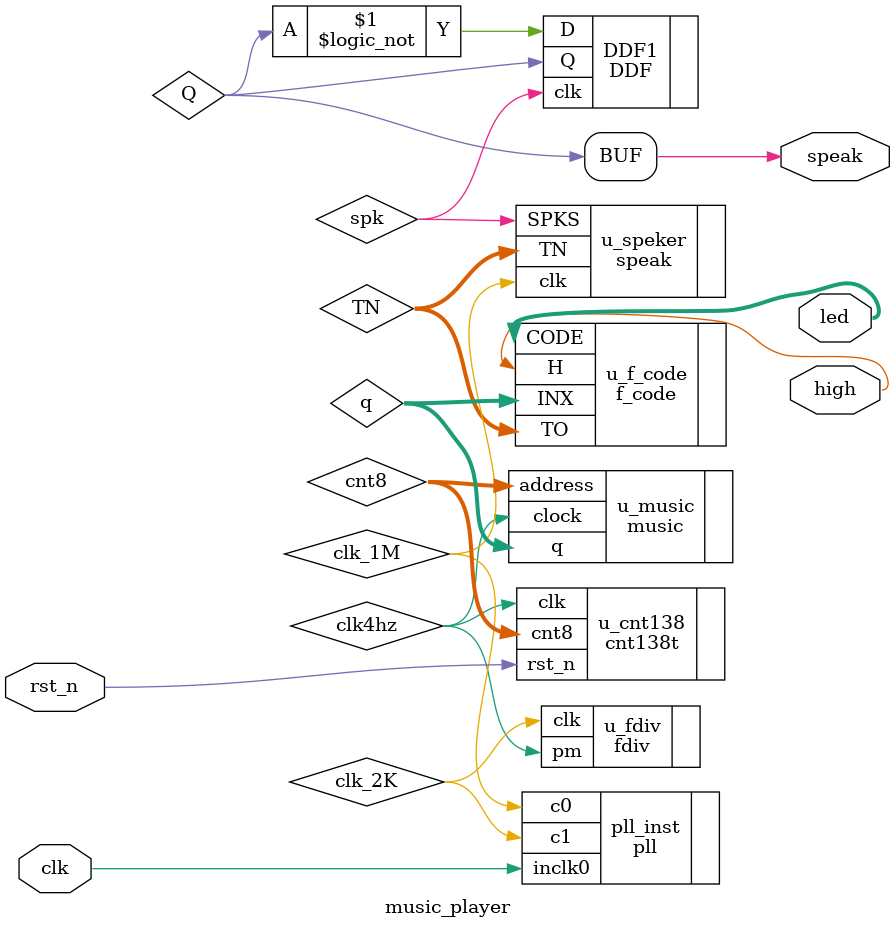
<source format=v>
module music_player
(
	input 	clk,
	input 	rst_n,
	output 	speak,
	output	high,
	output	[3:0] led
);

wire clk_1M;
wire clk_2K;
pll pll_inst
(
	.inclk0	(clk),
	.c0		(clk_1M),
	.c1		(clk_2K)
);

wire clk4hz;
fdiv u_fdiv
(
	.clk 	(clk_2K),
	.pm	(clk4hz)
);

wire [7:0] cnt8;
cnt138t u_cnt138
(
	.clk  	(clk4hz),
	.rst_n 	(rst_n),
	.cnt8		(cnt8)
);

wire [3:0] q;
music u_music
(
	.address	(cnt8),
	.clock  	(clk4hz),
	.q			(q)
);

wire [10:0] TN;
f_code u_f_code
(
	.INX		(q),
	.CODE		(led),
	.TO		(TN),
	.H			(high)
);

wire spk;
speak u_speker 
(
	.clk		(clk_1M),
	.TN		(TN),
	.SPKS		(spk)
);

wire 	Q;
DDF DDF1
(
	.clk	(spk),
	.D		(!Q),
	.Q		(Q)
);

assign speak = Q;

endmodule

</source>
